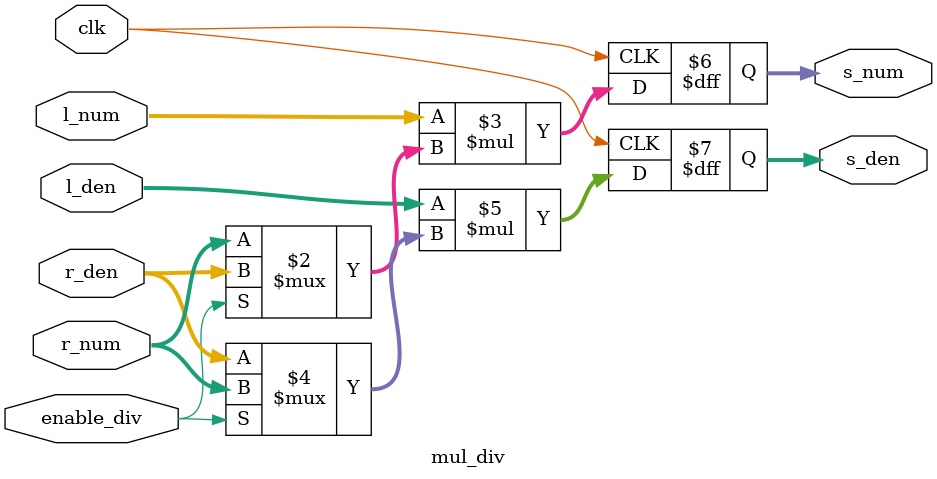
<source format=v>


module mul_div #(parameter WIDTH=32) (
        // CLK
        input clk,
        // META IN
        input enable_div,
        // DATA IN
        input [WIDTH-1:0] l_num,
        input [WIDTH-1:0] l_den,
        input [WIDTH-1:0] r_num,
        input [WIDTH-1:0] r_den,
        // DATA OUT
        output reg [WIDTH-1:0] s_num,
        output reg [WIDTH-1:0] s_den
    );

    always @(posedge clk) begin
        s_num <= l_num * ((enable_div) ? r_den : r_num);
        s_den <= l_den * ((enable_div) ? r_num : r_den);
    end

endmodule

</source>
